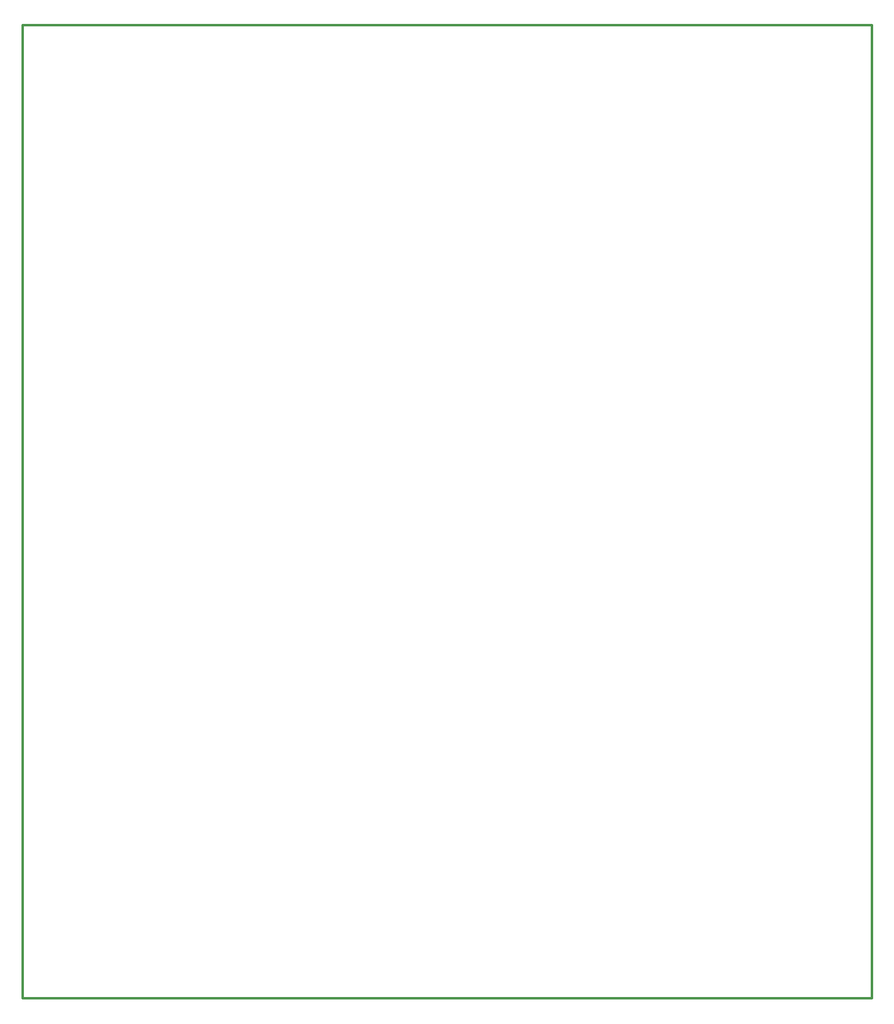
<source format=gko>
%FSAX44Y44*%
%MOMM*%
G71*
G01*
G75*
G04 Layer_Color=16711935*
%ADD10C,0.3000*%
%ADD11C,1.2000*%
%ADD12C,0.7000*%
%ADD13C,1.4000*%
%ADD14C,1.2000*%
%ADD15R,1.5000X1.5000*%
%ADD16C,1.5000*%
%ADD17C,1.6000*%
%ADD18R,1.5000X1.5000*%
%ADD19C,3.8000*%
%ADD20R,1.6000X1.6000*%
%ADD21C,1.3500*%
%ADD22R,1.3500X1.3500*%
%ADD23C,1.5240*%
%ADD24C,1.5000*%
%ADD25R,1.5000X1.5000*%
%ADD26C,1.7000*%
%ADD27R,1.7000X1.7000*%
%ADD28C,1.3000*%
%ADD29R,1.5000X1.5000*%
%ADD30C,1.6000*%
%ADD31R,1.6000X1.6000*%
%ADD32O,4.0000X2.0000*%
%ADD33O,2.0000X4.0000*%
%ADD34O,2.0000X4.5000*%
%ADD35R,2.0000X2.0000*%
%ADD36C,2.0000*%
%ADD37C,1.7780*%
%ADD38C,3.0000*%
%ADD39C,1.5000*%
%ADD40C,0.2540*%
%ADD41C,0.2000*%
%ADD42C,0.2500*%
%ADD43C,0.2032*%
%ADD44C,0.1500*%
%ADD45R,0.8000X2.7000*%
%ADD46R,0.8000X2.8000*%
%ADD47C,1.6032*%
%ADD48C,1.4032*%
%ADD49R,1.7032X1.7032*%
%ADD50C,1.7032*%
%ADD51C,1.8032*%
%ADD52R,1.7032X1.7032*%
%ADD53C,4.0032*%
%ADD54R,1.8032X1.8032*%
%ADD55C,1.5532*%
%ADD56R,1.5532X1.5532*%
%ADD57C,1.7272*%
%ADD58C,1.7032*%
%ADD59R,1.7032X1.7032*%
%ADD60C,1.9032*%
%ADD61R,1.9032X1.9032*%
%ADD62C,1.5032*%
%ADD63R,1.7032X1.7032*%
%ADD64C,1.8032*%
%ADD65R,1.8032X1.8032*%
%ADD66O,4.2032X2.2032*%
%ADD67O,2.2032X4.2032*%
%ADD68O,2.2032X4.7032*%
%ADD69R,2.2032X2.2032*%
%ADD70C,2.2032*%
%ADD71C,1.9812*%
%ADD72C,3.2032*%
%ADD73C,1.0000*%
%ADD74C,2.0160*%
D10*
X00521000Y00456230D02*
Y01799890D01*
X01695000D01*
Y00456230D02*
Y01799890D01*
X00521000Y00456230D02*
X01695000D01*
M02*

</source>
